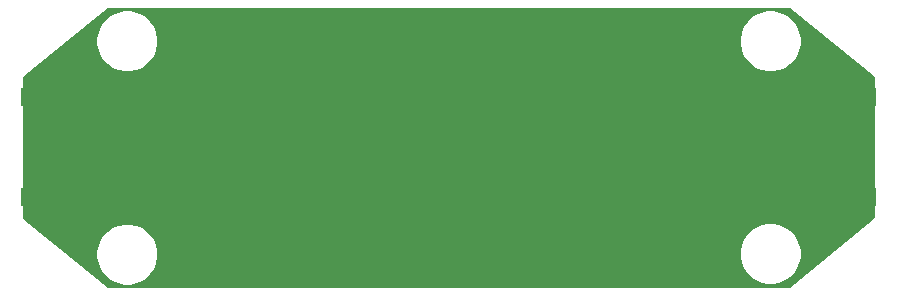
<source format=gbr>
%TF.GenerationSoftware,KiCad,Pcbnew,(5.1.8)-1*%
%TF.CreationDate,2021-01-19T18:41:25+01:00*%
%TF.ProjectId,PAD_2021.01_FiltroNOAA_v1,5041445f-3230-4323-912e-30315f46696c,rev?*%
%TF.SameCoordinates,Original*%
%TF.FileFunction,Copper,L2,Bot*%
%TF.FilePolarity,Positive*%
%FSLAX46Y46*%
G04 Gerber Fmt 4.6, Leading zero omitted, Abs format (unit mm)*
G04 Created by KiCad (PCBNEW (5.1.8)-1) date 2021-01-19 18:41:25*
%MOMM*%
%LPD*%
G01*
G04 APERTURE LIST*
%TA.AperFunction,SMDPad,CuDef*%
%ADD10R,5.080000X1.500000*%
%TD*%
%TA.AperFunction,ViaPad*%
%ADD11C,0.800000*%
%TD*%
%TA.AperFunction,Conductor*%
%ADD12C,0.254000*%
%TD*%
%TA.AperFunction,Conductor*%
%ADD13C,0.100000*%
%TD*%
G04 APERTURE END LIST*
D10*
%TO.P,Entrada,2*%
%TO.N,Earth*%
X86500000Y-80750000D03*
X86500000Y-89250000D03*
%TD*%
%TO.P,Salida,2*%
%TO.N,Earth*%
X153750000Y-80750000D03*
X153750000Y-89250000D03*
%TD*%
D11*
%TO.N,Earth*%
X97600000Y-74950000D03*
X102600000Y-74950000D03*
X107600000Y-74950000D03*
X112600000Y-74950000D03*
X117600000Y-74950000D03*
X122600000Y-74950000D03*
X127600000Y-74950000D03*
X132600000Y-74950000D03*
X137600000Y-74950000D03*
X142600000Y-74950000D03*
X95000000Y-80200000D03*
X100000000Y-80200000D03*
X105000000Y-80200000D03*
X110000000Y-80200000D03*
X115000000Y-80200000D03*
X120000000Y-80200000D03*
X125000000Y-80200000D03*
X130000000Y-80200000D03*
X135000000Y-80200000D03*
X140000000Y-80200000D03*
X145000000Y-80200000D03*
X150000000Y-80200000D03*
X90000000Y-80200000D03*
X97750000Y-94700000D03*
X102750000Y-94700000D03*
X107750000Y-94700000D03*
X112750000Y-94700000D03*
X117750000Y-94700000D03*
X122750000Y-94700000D03*
X127750000Y-94700000D03*
X132750000Y-94700000D03*
X137750000Y-94700000D03*
X142750000Y-94700000D03*
X95000000Y-90000000D03*
X100000000Y-90000000D03*
X110000000Y-90000000D03*
X120000000Y-90000000D03*
X130000000Y-90000000D03*
X140000000Y-90000000D03*
X145000000Y-90000000D03*
X150000000Y-90000000D03*
X90000000Y-90000000D03*
%TD*%
D12*
%TO.N,Earth*%
X156090001Y-79064945D02*
X156090000Y-90935056D01*
X148916143Y-96740217D01*
X95100482Y-96790000D01*
X91333590Y-96790000D01*
X87622954Y-93787314D01*
X90232905Y-93787314D01*
X90232905Y-94312686D01*
X90335400Y-94827963D01*
X90536451Y-95313343D01*
X90828332Y-95750174D01*
X91199826Y-96121668D01*
X91636657Y-96413549D01*
X92122037Y-96614600D01*
X92637314Y-96717095D01*
X93162686Y-96717095D01*
X93677963Y-96614600D01*
X94163343Y-96413549D01*
X94600174Y-96121668D01*
X94971668Y-95750174D01*
X95263549Y-95313343D01*
X95464600Y-94827963D01*
X95567095Y-94312686D01*
X95567095Y-93787314D01*
X95557150Y-93737314D01*
X144682905Y-93737314D01*
X144682905Y-94262686D01*
X144785400Y-94777963D01*
X144986451Y-95263343D01*
X145278332Y-95700174D01*
X145649826Y-96071668D01*
X146086657Y-96363549D01*
X146572037Y-96564600D01*
X147087314Y-96667095D01*
X147612686Y-96667095D01*
X148127963Y-96564600D01*
X148613343Y-96363549D01*
X149050174Y-96071668D01*
X149421668Y-95700174D01*
X149713549Y-95263343D01*
X149914600Y-94777963D01*
X150017095Y-94262686D01*
X150017095Y-93737314D01*
X149914600Y-93222037D01*
X149713549Y-92736657D01*
X149421668Y-92299826D01*
X149050174Y-91928332D01*
X148613343Y-91636451D01*
X148127963Y-91435400D01*
X147612686Y-91332905D01*
X147087314Y-91332905D01*
X146572037Y-91435400D01*
X146086657Y-91636451D01*
X145649826Y-91928332D01*
X145278332Y-92299826D01*
X144986451Y-92736657D01*
X144785400Y-93222037D01*
X144682905Y-93737314D01*
X95557150Y-93737314D01*
X95464600Y-93272037D01*
X95263549Y-92786657D01*
X94971668Y-92349826D01*
X94600174Y-91978332D01*
X94163343Y-91686451D01*
X93677963Y-91485400D01*
X93162686Y-91382905D01*
X92637314Y-91382905D01*
X92122037Y-91485400D01*
X91636657Y-91686451D01*
X91199826Y-91978332D01*
X90828332Y-92349826D01*
X90536451Y-92786657D01*
X90335400Y-93272037D01*
X90232905Y-93787314D01*
X87622954Y-93787314D01*
X84160000Y-90985056D01*
X84160000Y-79064944D01*
X88272193Y-75737314D01*
X90232905Y-75737314D01*
X90232905Y-76262686D01*
X90335400Y-76777963D01*
X90536451Y-77263343D01*
X90828332Y-77700174D01*
X91199826Y-78071668D01*
X91636657Y-78363549D01*
X92122037Y-78564600D01*
X92637314Y-78667095D01*
X93162686Y-78667095D01*
X93677963Y-78564600D01*
X94163343Y-78363549D01*
X94600174Y-78071668D01*
X94971668Y-77700174D01*
X95263549Y-77263343D01*
X95464600Y-76777963D01*
X95567095Y-76262686D01*
X95567095Y-75737314D01*
X144682905Y-75737314D01*
X144682905Y-76262686D01*
X144785400Y-76777963D01*
X144986451Y-77263343D01*
X145278332Y-77700174D01*
X145649826Y-78071668D01*
X146086657Y-78363549D01*
X146572037Y-78564600D01*
X147087314Y-78667095D01*
X147612686Y-78667095D01*
X148127963Y-78564600D01*
X148613343Y-78363549D01*
X149050174Y-78071668D01*
X149421668Y-77700174D01*
X149713549Y-77263343D01*
X149914600Y-76777963D01*
X150017095Y-76262686D01*
X150017095Y-75737314D01*
X149914600Y-75222037D01*
X149713549Y-74736657D01*
X149421668Y-74299826D01*
X149050174Y-73928332D01*
X148613343Y-73636451D01*
X148127963Y-73435400D01*
X147612686Y-73332905D01*
X147087314Y-73332905D01*
X146572037Y-73435400D01*
X146086657Y-73636451D01*
X145649826Y-73928332D01*
X145278332Y-74299826D01*
X144986451Y-74736657D01*
X144785400Y-75222037D01*
X144682905Y-75737314D01*
X95567095Y-75737314D01*
X95464600Y-75222037D01*
X95263549Y-74736657D01*
X94971668Y-74299826D01*
X94600174Y-73928332D01*
X94163343Y-73636451D01*
X93677963Y-73435400D01*
X93162686Y-73332905D01*
X92637314Y-73332905D01*
X92122037Y-73435400D01*
X91636657Y-73636451D01*
X91199826Y-73928332D01*
X90828332Y-74299826D01*
X90536451Y-74736657D01*
X90335400Y-75222037D01*
X90232905Y-75737314D01*
X88272193Y-75737314D01*
X91333590Y-73260000D01*
X148916410Y-73260000D01*
X156090001Y-79064945D01*
%TA.AperFunction,Conductor*%
D13*
G36*
X156090001Y-79064945D02*
G01*
X156090000Y-90935056D01*
X148916143Y-96740217D01*
X95100482Y-96790000D01*
X91333590Y-96790000D01*
X87622954Y-93787314D01*
X90232905Y-93787314D01*
X90232905Y-94312686D01*
X90335400Y-94827963D01*
X90536451Y-95313343D01*
X90828332Y-95750174D01*
X91199826Y-96121668D01*
X91636657Y-96413549D01*
X92122037Y-96614600D01*
X92637314Y-96717095D01*
X93162686Y-96717095D01*
X93677963Y-96614600D01*
X94163343Y-96413549D01*
X94600174Y-96121668D01*
X94971668Y-95750174D01*
X95263549Y-95313343D01*
X95464600Y-94827963D01*
X95567095Y-94312686D01*
X95567095Y-93787314D01*
X95557150Y-93737314D01*
X144682905Y-93737314D01*
X144682905Y-94262686D01*
X144785400Y-94777963D01*
X144986451Y-95263343D01*
X145278332Y-95700174D01*
X145649826Y-96071668D01*
X146086657Y-96363549D01*
X146572037Y-96564600D01*
X147087314Y-96667095D01*
X147612686Y-96667095D01*
X148127963Y-96564600D01*
X148613343Y-96363549D01*
X149050174Y-96071668D01*
X149421668Y-95700174D01*
X149713549Y-95263343D01*
X149914600Y-94777963D01*
X150017095Y-94262686D01*
X150017095Y-93737314D01*
X149914600Y-93222037D01*
X149713549Y-92736657D01*
X149421668Y-92299826D01*
X149050174Y-91928332D01*
X148613343Y-91636451D01*
X148127963Y-91435400D01*
X147612686Y-91332905D01*
X147087314Y-91332905D01*
X146572037Y-91435400D01*
X146086657Y-91636451D01*
X145649826Y-91928332D01*
X145278332Y-92299826D01*
X144986451Y-92736657D01*
X144785400Y-93222037D01*
X144682905Y-93737314D01*
X95557150Y-93737314D01*
X95464600Y-93272037D01*
X95263549Y-92786657D01*
X94971668Y-92349826D01*
X94600174Y-91978332D01*
X94163343Y-91686451D01*
X93677963Y-91485400D01*
X93162686Y-91382905D01*
X92637314Y-91382905D01*
X92122037Y-91485400D01*
X91636657Y-91686451D01*
X91199826Y-91978332D01*
X90828332Y-92349826D01*
X90536451Y-92786657D01*
X90335400Y-93272037D01*
X90232905Y-93787314D01*
X87622954Y-93787314D01*
X84160000Y-90985056D01*
X84160000Y-79064944D01*
X88272193Y-75737314D01*
X90232905Y-75737314D01*
X90232905Y-76262686D01*
X90335400Y-76777963D01*
X90536451Y-77263343D01*
X90828332Y-77700174D01*
X91199826Y-78071668D01*
X91636657Y-78363549D01*
X92122037Y-78564600D01*
X92637314Y-78667095D01*
X93162686Y-78667095D01*
X93677963Y-78564600D01*
X94163343Y-78363549D01*
X94600174Y-78071668D01*
X94971668Y-77700174D01*
X95263549Y-77263343D01*
X95464600Y-76777963D01*
X95567095Y-76262686D01*
X95567095Y-75737314D01*
X144682905Y-75737314D01*
X144682905Y-76262686D01*
X144785400Y-76777963D01*
X144986451Y-77263343D01*
X145278332Y-77700174D01*
X145649826Y-78071668D01*
X146086657Y-78363549D01*
X146572037Y-78564600D01*
X147087314Y-78667095D01*
X147612686Y-78667095D01*
X148127963Y-78564600D01*
X148613343Y-78363549D01*
X149050174Y-78071668D01*
X149421668Y-77700174D01*
X149713549Y-77263343D01*
X149914600Y-76777963D01*
X150017095Y-76262686D01*
X150017095Y-75737314D01*
X149914600Y-75222037D01*
X149713549Y-74736657D01*
X149421668Y-74299826D01*
X149050174Y-73928332D01*
X148613343Y-73636451D01*
X148127963Y-73435400D01*
X147612686Y-73332905D01*
X147087314Y-73332905D01*
X146572037Y-73435400D01*
X146086657Y-73636451D01*
X145649826Y-73928332D01*
X145278332Y-74299826D01*
X144986451Y-74736657D01*
X144785400Y-75222037D01*
X144682905Y-75737314D01*
X95567095Y-75737314D01*
X95464600Y-75222037D01*
X95263549Y-74736657D01*
X94971668Y-74299826D01*
X94600174Y-73928332D01*
X94163343Y-73636451D01*
X93677963Y-73435400D01*
X93162686Y-73332905D01*
X92637314Y-73332905D01*
X92122037Y-73435400D01*
X91636657Y-73636451D01*
X91199826Y-73928332D01*
X90828332Y-74299826D01*
X90536451Y-74736657D01*
X90335400Y-75222037D01*
X90232905Y-75737314D01*
X88272193Y-75737314D01*
X91333590Y-73260000D01*
X148916410Y-73260000D01*
X156090001Y-79064945D01*
G37*
%TD.AperFunction*%
%TD*%
M02*

</source>
